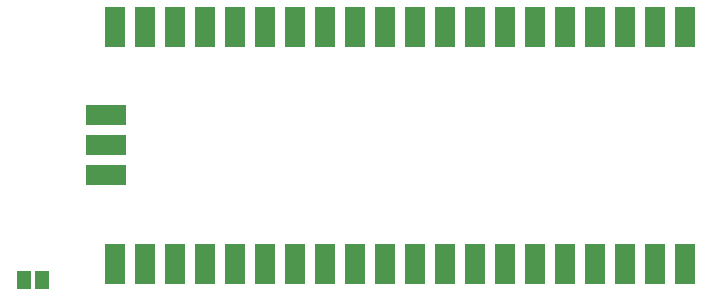
<source format=gtp>
G75*
%MOIN*%
%OFA0B0*%
%FSLAX24Y24*%
%IPPOS*%
%LPD*%
%AMOC8*
5,1,8,0,0,1.08239X$1,22.5*
%
%ADD10R,0.0669X0.1378*%
%ADD11R,0.1378X0.0669*%
%ADD12R,0.0460X0.0630*%
D10*
X004430Y001743D03*
X005430Y001743D03*
X006430Y001743D03*
X007430Y001743D03*
X008430Y001743D03*
X009430Y001743D03*
X010430Y001743D03*
X011430Y001743D03*
X012430Y001743D03*
X013430Y001743D03*
X014430Y001743D03*
X015430Y001743D03*
X016430Y001743D03*
X017430Y001743D03*
X018430Y001743D03*
X019430Y001743D03*
X020430Y001743D03*
X021430Y001743D03*
X022430Y001743D03*
X023430Y001743D03*
X023430Y009617D03*
X022430Y009617D03*
X021430Y009617D03*
X020430Y009617D03*
X019430Y009617D03*
X018430Y009617D03*
X017430Y009617D03*
X016430Y009617D03*
X015430Y009617D03*
X014430Y009617D03*
X013430Y009617D03*
X012430Y009617D03*
X011430Y009617D03*
X010430Y009617D03*
X009430Y009617D03*
X008430Y009617D03*
X007430Y009617D03*
X006430Y009617D03*
X005430Y009617D03*
X004430Y009617D03*
D11*
X004117Y006680D03*
X004117Y005680D03*
X004117Y004680D03*
D12*
X001380Y001180D03*
X001980Y001180D03*
M02*

</source>
